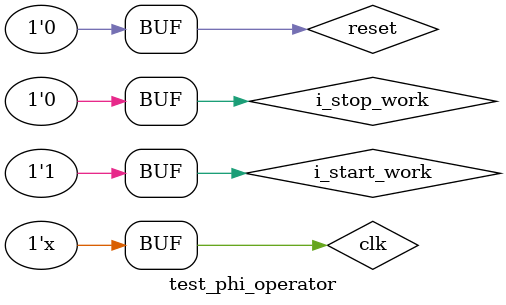
<source format=v>
`timescale 1ns / 1ps


module test_phi_operator;

	// Inputs
	reg clk;
	reg reset;
	reg i_start_work;
	reg i_stop_work;
	reg i_data_valid;
	reg [31:0] i_data;

	// Outputs
	wire o_data_valid;
	wire [33:0] o_data;
	
	reg [39:0] count;

	// Instantiate the Unit Under Test (UUT)
	phi_operator #(
		.SYNC_DATA_WIDTH(16)
	)uut(
		.clk(clk), 
		.reset(reset), 
		.i_start_work(i_start_work),
		.i_stop_work(i_stop_work),
		.i_data_valid(i_data_valid), 
		.i_data(i_data), 
		.o_data_valid(o_data_valid), 
		.o_data(o_data)
	);

	initial begin
		// Initialize Inputs
		clk = 0;
		reset = 0;
		i_start_work = 0;
		i_stop_work = 0;
		i_data_valid = 0;
		i_data = 0;

		// Wait 100 ns for global reset to finish
		#10;
		reset = 1;
		#10;
		reset = 0;
		#10;
		i_start_work =1;
		#10;
        
		// Add stimulus here

	end
	
	always
		#5 clk = ~clk;
	
	always @(posedge clk or posedge reset) begin
		if(reset == 1'b1) begin
			count <= 40'd0;
		end
		else begin
			count <= count + 1'd1;
		end
	end
	
	always @(posedge clk or posedge reset) begin
		if(reset == 1'b1) begin
			i_data_valid	<= 1'b0;
			i_data			<= 32'd0;
		end
		else if(count[2:0] == 3'd7) begin
			i_data_valid	<= 1'b1;
			i_data			<= count[34:3];
		end
		else begin
			i_data_valid	<= 1'b0;
			i_data			<= i_data;
		end
	end
	
	
	
      
endmodule

</source>
